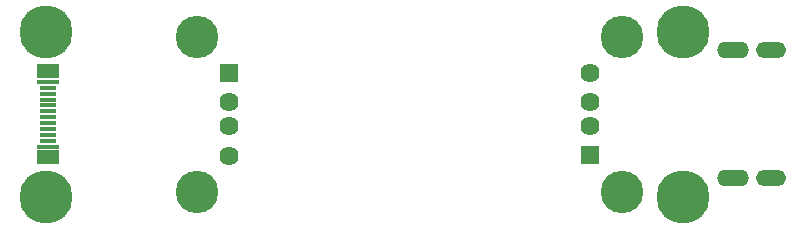
<source format=gbr>
%TF.GenerationSoftware,KiCad,Pcbnew,5.1.6-c6e7f7d~87~ubuntu18.04.1*%
%TF.CreationDate,2020-09-20T16:09:31-04:00*%
%TF.ProjectId,bt500-usbc,62743530-302d-4757-9362-632e6b696361,rev?*%
%TF.SameCoordinates,Original*%
%TF.FileFunction,Soldermask,Bot*%
%TF.FilePolarity,Negative*%
%FSLAX46Y46*%
G04 Gerber Fmt 4.6, Leading zero omitted, Abs format (unit mm)*
G04 Created by KiCad (PCBNEW 5.1.6-c6e7f7d~87~ubuntu18.04.1) date 2020-09-20 16:09:31*
%MOMM*%
%LPD*%
G01*
G04 APERTURE LIST*
%ADD10O,2.550000X1.325000*%
%ADD11O,2.700000X1.400000*%
%ADD12R,1.950000X0.400000*%
%ADD13R,1.350000X0.400000*%
%ADD14R,1.950000X1.280000*%
%ADD15C,1.624000*%
%ADD16R,1.624000X1.624000*%
%ADD17C,3.600000*%
%ADD18C,4.500000*%
G04 APERTURE END LIST*
D10*
%TO.C,J2*%
X181630000Y-101640000D03*
X181630000Y-90840000D03*
D11*
X178400000Y-101640000D03*
X178400000Y-90840000D03*
%TD*%
D12*
%TO.C,J1*%
X120475000Y-99000000D03*
D13*
X120475000Y-98500000D03*
X120475000Y-98000000D03*
X120475000Y-97500000D03*
X120475000Y-97000000D03*
X120475000Y-96500000D03*
X120475000Y-96000000D03*
X120475000Y-95500000D03*
X120475000Y-95000000D03*
X120475000Y-94500000D03*
X120475000Y-94000000D03*
D12*
X120475000Y-93500000D03*
D14*
X120475000Y-99890000D03*
X120475000Y-92610000D03*
%TD*%
D15*
%TO.C,P2*%
X166328125Y-92740000D03*
X166328125Y-95240000D03*
X166328125Y-97240000D03*
D16*
X166328125Y-99740000D03*
D17*
X169038125Y-102810000D03*
X169038125Y-89670000D03*
%TD*%
D15*
%TO.C,P1*%
X135750000Y-99750000D03*
X135750000Y-97250000D03*
X135750000Y-95250000D03*
D16*
X135750000Y-92750000D03*
D17*
X133040000Y-89680000D03*
X133040000Y-102820000D03*
%TD*%
D18*
%TO.C,H4*%
X174172000Y-103250000D03*
%TD*%
%TO.C,H3*%
X174172000Y-89250000D03*
%TD*%
%TO.C,H2*%
X120250000Y-103250000D03*
%TD*%
%TO.C,H1*%
X120250000Y-89250000D03*
%TD*%
M02*

</source>
